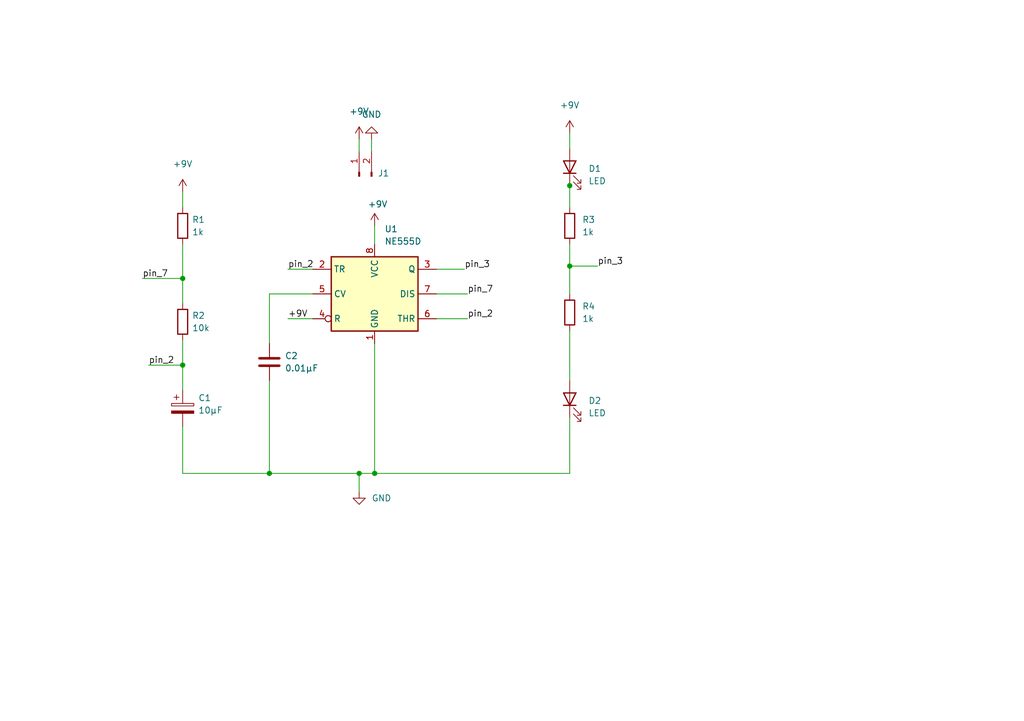
<source format=kicad_sch>
(kicad_sch (version 20211123) (generator eeschema)
  (paper "A5")
  (title_block (title "555 Timer Schematic") (date "2023-04-07") (rev "R0"))
  (lib_symbols
    (symbol "Connector:Conn_01x02_Male" (pin_names (offset 1.016) hide)
      (property "Reference" "J" (at 0 2.54 0))
      (property "Value" "Conn_01x02_Male" (at 0 -5.08 0))
      (symbol "Conn_01x02_Male_1_1"
        (polyline (pts (xy 1.27 -2.54) (xy 0.8636 -2.54)) (stroke (width 0.1524)))
        (polyline (pts (xy 1.27 0) (xy 0.8636 0)) (stroke (width 0.1524)))
        (rectangle (start 0.8636 -2.413) (end 0 -2.667) (stroke (width 0.1524)) (fill (type outline)))
        (rectangle (start 0.8636 0.127) (end 0 -0.127) (stroke (width 0.1524)) (fill (type outline)))
        (pin passive line (at 5.08 0 180) (length 3.81) (name "Pin_1") (number "1"))
        (pin passive line (at 5.08 -2.54 180) (length 3.81) (name "Pin_2") (number "2"))
      )
    )
    (symbol "Device:C" (pin_numbers hide) (pin_names (offset 0.254))
      (property "Reference" "C" (at 0.635 2.54 0))
      (property "Value" "C" (at 0.635 -2.54 0))
      (symbol "C_0_1"
        (polyline (pts (xy -2.032 -0.762) (xy 2.032 -0.762)) (stroke (width 0.508)))
        (polyline (pts (xy -2.032 0.762) (xy 2.032 0.762)) (stroke (width 0.508)))
      )
      (symbol "C_1_1"
        (pin passive line (at 0 3.81 270) (length 2.794) (name "~") (number "1"))
        (pin passive line (at 0 -3.81 90) (length 2.794) (name "~") (number "2"))
      )
    )
    (symbol "Device:C_Polarized" (pin_numbers hide) (pin_names (offset 0.254))
      (property "Reference" "C" (at 0.635 2.54 0))
      (property "Value" "C_Polarized" (at 0.635 -2.54 0))
      (symbol "C_Polarized_0_1"
        (rectangle (start -2.286 0.508) (end 2.286 1.016))
        (polyline (pts (xy -1.778 2.286) (xy -0.762 2.286)))
        (polyline (pts (xy -1.27 2.794) (xy -1.27 1.778)))
        (rectangle (start 2.286 -0.508) (end -2.286 -1.016) (fill (type outline)))
      )
      (symbol "C_Polarized_1_1"
        (pin passive line (at 0 3.81 270) (length 2.794) (name "~") (number "1"))
        (pin passive line (at 0 -3.81 90) (length 2.794) (name "~") (number "2"))
      )
    )
    (symbol "Device:LED" (pin_numbers hide) (pin_names (offset 1.016) hide)
      (property "Reference" "D" (at 0 2.54 0))
      (property "Value" "LED" (at 0 -2.54 0))
      (symbol "LED_0_1"
        (polyline (pts (xy -1.27 -1.27) (xy -1.27 1.27)) (stroke (width 0.254)))
        (polyline (pts (xy -1.27 0) (xy 1.27 0)))
        (polyline (pts (xy 1.27 -1.27) (xy 1.27 1.27) (xy -1.27 0) (xy 1.27 -1.27)) (stroke (width 0.254)))
        (polyline (pts (xy -3.048 -0.762) (xy -4.572 -2.286) (xy -3.81 -2.286) (xy -4.572 -2.286) (xy -4.572 -1.524)))
        (polyline (pts (xy -1.778 -0.762) (xy -3.302 -2.286) (xy -2.54 -2.286) (xy -3.302 -2.286) (xy -3.302 -1.524)))
      )
      (symbol "LED_1_1"
        (pin passive line (at -3.81 0 0) (length 2.54) (name "K") (number "1"))
        (pin passive line (at 3.81 0 180) (length 2.54) (name "A") (number "2"))
      )
    )
    (symbol "Device:R" (pin_numbers hide) (pin_names (offset 0))
      (property "Reference" "R" (at 2.032 0 90))
      (property "Value" "R" (at 0 0 90))
      (symbol "R_0_1"
        (rectangle (start -1.016 -2.54) (end 1.016 2.54) (stroke (width 0.254)))
      )
      (symbol "R_1_1"
        (pin passive line (at 0 3.81 270) (length 1.27) (name "~") (number "1"))
        (pin passive line (at 0 -3.81 90) (length 1.27) (name "~") (number "2"))
      )
    )
    (symbol "Timer:NE555D"
      (property "Reference" "U" (at -10.16 8.89 0))
      (property "Value" "NE555D" (at 2.54 8.89 0))
      (symbol "NE555D_0_0"
        (pin power_in line (at 0 -10.16 90) (length 2.54) (name "GND") (number "1"))
        (pin power_in line (at 0 10.16 270) (length 2.54) (name "VCC") (number "8"))
      )
      (symbol "NE555D_0_1"
        (rectangle (start -8.89 -7.62) (end 8.89 7.62) (stroke (width 0.254)) (fill (type background)))
        (rectangle (start -8.89 -7.62) (end 8.89 7.62) (stroke (width 0.254)) (fill (type background)))
      )
      (symbol "NE555D_1_1"
        (pin input line (at -12.7 5.08 0) (length 3.81) (name "TR") (number "2"))
        (pin output line (at 12.7 5.08 180) (length 3.81) (name "Q") (number "3"))
        (pin input inverted (at -12.7 -5.08 0) (length 3.81) (name "R") (number "4"))
        (pin input line (at -12.7 0 0) (length 3.81) (name "CV") (number "5"))
        (pin input line (at 12.7 -5.08 180) (length 3.81) (name "THR") (number "6"))
        (pin input line (at 12.7 0 180) (length 3.81) (name "DIS") (number "7"))
      )
    )
    (symbol "power:+9V" (power) (pin_names (offset 0))
      (property "Value" "+9V" (at 0 3.556 0))
      (symbol "+9V_0_1"
        (polyline (pts (xy -0.762 1.27) (xy 0 2.54)))
        (polyline (pts (xy 0 0) (xy 0 2.54)))
        (polyline (pts (xy 0 2.54) (xy 0.762 1.27)))
      )
      (symbol "+9V_1_1"
        (pin power_in line (at 0 0 90) (length 0) hide (name "+9V") (number "1"))
      )
    )
    (symbol "power:GND" (power) (pin_names (offset 0))
      (property "Value" "GND" (at 0 -3.81 0))
      (symbol "GND_0_1"
        (polyline (pts (xy 0 0) (xy 0 -1.27) (xy 1.27 -1.27) (xy 0 -2.54) (xy -1.27 -1.27) (xy 0 -1.27)))
      )
      (symbol "GND_1_1"
        (pin power_in line (at 0 0 270) (length 0) hide (name "GND") (number "1"))
      )
    )
  )
  (junction (at 37.465 74.93))
  (junction (at 55.245 97.155))
  (junction (at 37.465 57.15))
  (junction (at 73.66 97.155))
  (junction (at 76.835 97.155))
  (junction (at 116.84 54.61))
  (junction (at 116.84 38.1))
  (wire (pts (xy 116.84 37.465) (xy 116.84 38.1)))
  (wire (pts (xy 116.84 38.1) (xy 116.84 42.545)))
  (wire (pts (xy 76.2 28.575) (xy 76.2 31.115)))
  (wire (pts (xy 37.465 57.15) (xy 37.465 62.23)))
  (wire (pts (xy 89.535 55.245) (xy 95.25 55.245)))
  (wire (pts (xy 116.84 50.165) (xy 116.84 54.61)))
  (wire (pts (xy 37.465 74.93) (xy 37.465 80.01)))
  (wire (pts (xy 76.835 46.355) (xy 76.835 50.165)))
  (wire (pts (xy 116.84 27.305) (xy 116.84 30.48)))
  (wire (pts (xy 37.465 87.63) (xy 37.465 97.155)))
  (wire (pts (xy 89.535 60.325) (xy 95.885 60.325)))
  (wire (pts (xy 73.66 97.155) (xy 76.835 97.155)))
  (wire (pts (xy 73.66 28.575) (xy 73.66 31.115)))
  (wire (pts (xy 76.835 97.155) (xy 116.84 97.155)))
  (wire (pts (xy 76.835 70.485) (xy 76.835 97.155)))
  (wire (pts (xy 116.84 54.61) (xy 116.84 60.325)))
  (wire (pts (xy 55.245 78.105) (xy 55.245 97.155)))
  (wire (pts (xy 116.84 67.945) (xy 116.84 78.105)))
  (wire (pts (xy 73.66 100.965) (xy 73.66 97.155)))
  (wire (pts (xy 59.055 65.405) (xy 64.135 65.405)))
  (wire (pts (xy 37.465 97.155) (xy 55.245 97.155)))
  (wire (pts (xy 64.135 60.325) (xy 55.245 60.325)))
  (wire (pts (xy 37.465 50.165) (xy 37.465 57.15)))
  (wire (pts (xy 59.055 55.245) (xy 64.135 55.245)))
  (wire (pts (xy 116.84 85.725) (xy 116.84 97.155)))
  (wire (pts (xy 89.535 65.405) (xy 95.885 65.405)))
  (wire (pts (xy 55.245 60.325) (xy 55.245 70.485)))
  (wire (pts (xy 37.465 39.37) (xy 37.465 42.545)))
  (wire (pts (xy 30.48 74.93) (xy 37.465 74.93)))
  (wire (pts (xy 116.84 54.61) (xy 122.555 54.61)))
  (wire (pts (xy 29.21 57.15) (xy 37.465 57.15)))
  (wire (pts (xy 55.245 97.155) (xy 73.66 97.155)))
  (wire (pts (xy 37.465 69.85) (xy 37.465 74.93)))
  (label "pin_7" (at 95.885 60.325 0))
  (label "pin_3" (at 122.555 54.61 0))
  (label "pin_2" (at 30.48 74.93 0))
  (label "pin_2" (at 59.055 55.245 0))
  (label "pin_3" (at 95.25 55.245 0))
  (label "pin_7" (at 29.21 57.15 0))
  (label "pin_2" (at 95.885 65.405 0))
  (label "+9V" (at 59.055 65.405 0))
  (symbol (lib_id "Device:R") (at 37.465 66.04 180) (unit 1)
    (property "Reference" "R2" (at 39.37 64.7699 0) (effects (justify right)))
    (property "Value" "10k" (at 39.37 67.3099 0) (effects (justify right)))
    (property "Footprint" "Resistor_SMD:R_0805_2012Metric_Pad1.20x1.40mm_HandSolder" (effects hide))
  )
  (symbol (lib_id "Timer:NE555D") (at 76.835 60.325 0) (unit 1)
    (property "Reference" "U1" (at 78.8544 46.99 0) (effects (justify left)))
    (property "Value" "NE555D" (at 78.8544 49.53 0) (effects (justify left)))
    (property "Footprint" "Package_SO:SOIC-8-1EP_3.9x4.9mm_P1.27mm_EP2.29x3mm" (effects hide))
    (property "Datasheet" "http://www.ti.com/lit/ds/symlink/ne555.pdf" (effects hide))
  )
  (symbol (lib_id "Device:LED") (at 116.84 34.29 90) (unit 1)
    (property "Reference" "D1" (at 120.65 34.6074 90) (effects (justify right)))
    (property "Value" "LED" (at 120.65 37.1474 90) (effects (justify right)))
    (property "Footprint" "LED_SMD:LED_1206_3216Metric_Pad1.42x1.75mm_HandSolder" (effects hide))
  )
  (symbol (lib_id "power:GND") (at 73.66 100.965 0) (unit 1)
    (property "Reference" "#PWR0101" (effects hide))
    (property "Value" "GND" (at 76.2 102.2349 0) (effects (justify left)))
  )
  (symbol (lib_id "power:+9V") (at 116.84 27.305 0) (unit 1)
    (property "Reference" "#PWR0106" (effects hide))
    (property "Value" "+9V" (at 116.84 21.59 0))
  )
  (symbol (lib_id "power:+9V") (at 37.465 39.37 0) (unit 1)
    (property "Reference" "#PWR0102" (effects hide))
    (property "Value" "+9V" (at 37.465 33.655 0))
  )
  (symbol (lib_id "power:GND") (at 76.2 28.575 180) (unit 1)
    (property "Reference" "#PWR0105" (effects hide))
    (property "Value" "GND" (at 76.2 23.495 0))
  )
  (symbol (lib_id "Device:R") (at 116.84 46.355 0) (unit 1)
    (property "Reference" "R3" (at 119.38 45.0849 0) (effects (justify left)))
    (property "Value" "1k" (at 119.38 47.6249 0) (effects (justify left)))
    (property "Footprint" "Resistor_SMD:R_0805_2012Metric_Pad1.20x1.40mm_HandSolder" (effects hide))
  )
  (symbol (lib_id "Device:R") (at 116.84 64.135 0) (unit 1)
    (property "Reference" "R4" (at 119.38 62.8649 0) (effects (justify left)))
    (property "Value" "1k" (at 119.38 65.4049 0) (effects (justify left)))
    (property "Footprint" "Resistor_SMD:R_0805_2012Metric_Pad1.20x1.40mm_HandSolder" (effects hide))
  )
  (symbol (lib_id "power:+9V") (at 76.835 46.355 0) (unit 1)
    (property "Reference" "#PWR0103" (effects hide))
    (property "Value" "+9V" (at 77.47 41.91 0))
  )
  (symbol (lib_id "power:+9V") (at 73.66 28.575 0) (unit 1)
    (property "Reference" "#PWR0104" (effects hide))
    (property "Value" "+9V" (at 73.66 22.86 0))
  )
  (symbol (lib_id "Connector:Conn_01x02_Male") (at 73.66 36.195 90) (unit 1)
    (property "Reference" "J1" (at 77.47 35.5599 90) (effects (justify right)))
    (property "Value" "Conn_01x02_Male" (effects hide))
    (property "Footprint" "Connector_JST:JST_EH_S2B-EH_1x02_P2.50mm_Horizontal" (effects hide))
  )
  (symbol (lib_id "Device:C_Polarized") (at 37.465 83.82 0) (unit 1)
    (property "Reference" "C1" (at 40.64 81.6609 0) (effects (justify left)))
    (property "Value" "10µF" (at 40.64 84.2009 0) (effects (justify left)))
    (property "Footprint" "Capacitor_Tantalum_SMD:CP_EIA-3216-18_Kemet-A_Pad1.58x1.35mm_HandSolder" (effects hide))
  )
  (symbol (lib_id "Device:R") (at 37.465 46.355 0) (unit 1)
    (property "Reference" "R1" (at 39.37 45.0849 0) (effects (justify left)))
    (property "Value" "1k" (at 39.37 47.6249 0) (effects (justify left)))
    (property "Footprint" "Resistor_SMD:R_0805_2012Metric_Pad1.20x1.40mm_HandSolder" (effects hide))
  )
  (symbol (lib_id "Device:C") (at 55.245 74.295 0) (unit 1)
    (property "Reference" "C2" (at 58.42 73.0249 0) (effects (justify left)))
    (property "Value" "0.01µF" (at 58.42 75.5649 0) (effects (justify left)))
    (property "Footprint" "Capacitor_SMD:C_0805_2012Metric_Pad1.18x1.45mm_HandSolder" (effects hide))
  )
  (symbol (lib_id "Device:LED") (at 116.84 81.915 90) (unit 1)
    (property "Reference" "D2" (at 120.65 82.2324 90) (effects (justify right)))
    (property "Value" "LED" (at 120.65 84.7724 90) (effects (justify right)))
    (property "Footprint" "LED_SMD:LED_1206_3216Metric_Pad1.42x1.75mm_HandSolder" (effects hide))
  )
)
</source>
